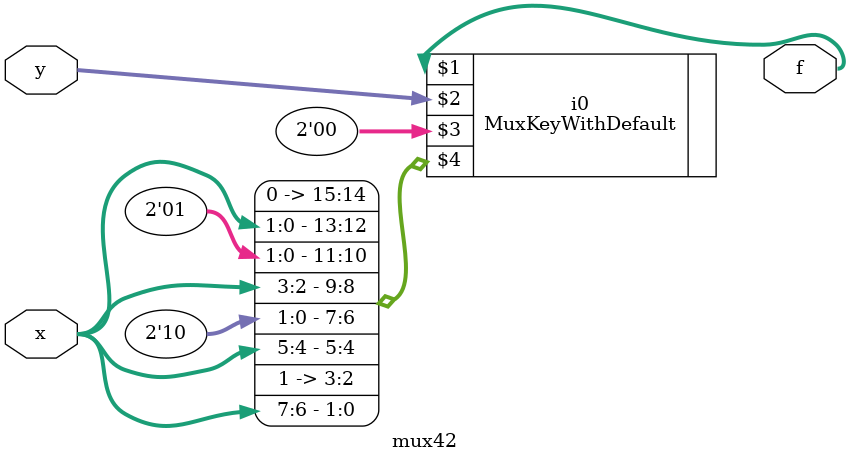
<source format=v>
`timescale 1ns / 1ps
module mux42(
    input [7:0] x,
    input [1:0] y,
    output [1:0] f
);

    MuxKeyWithDefault #(4, 2, 2) i0 (f, y, 2'b0, {
        2'b00, x[1:0],
        2'b01, x[3:2],
        2'b10, x[5:4],
        2'b11, x[7:6]
    });

endmodule

</source>
